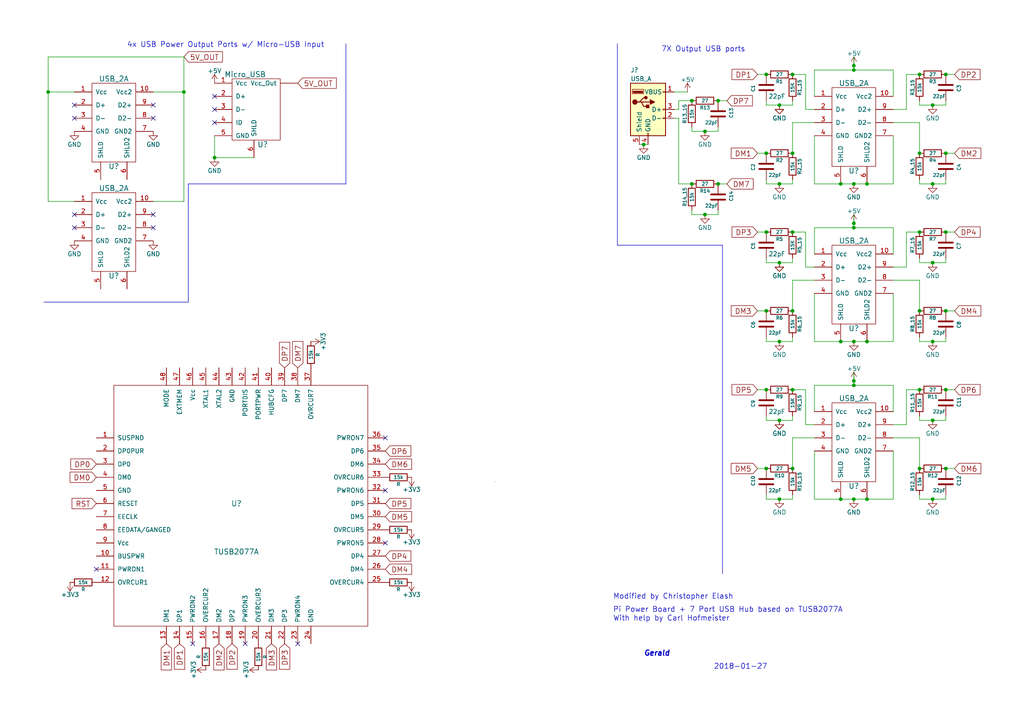
<source format=kicad_sch>
(kicad_sch (version 20230121) (generator eeschema)
  (paper "A4")
  (lib_symbols
    (symbol "TUSB2077A_HUB:C" (pin_numbers hide) (pin_names (offset 0.254))
      (property "Reference" "C" (at 0.635 2.54 0))
      (property "Value" "C" (at 0.635 -2.54 0))
      (symbol "C_0_1"
        (polyline (pts (xy -2.032 -0.762) (xy 2.032 -0.762)) (stroke (width 0.508)))
        (polyline (pts (xy -2.032 0.762) (xy 2.032 0.762)) (stroke (width 0.508)))
      )
      (symbol "C_1_1"
        (pin passive line (at 0 3.81 270) (length 2.794) (name "~") (number "1"))
        (pin passive line (at 0 -3.81 90) (length 2.794) (name "~") (number "2"))
      )
    )
    (symbol "TUSB2077A_HUB:Micro_USB" (pin_names (offset 1.016))
      (property "Reference" "U" (at 6.35 -15.24 0))
      (property "Value" "Micro_USB" (at 1.27 5.08 0))
      (symbol "Micro_USB_0_1"
        (rectangle (start -2.54 3.81) (end 11.43 -13.97))
      )
      (symbol "Micro_USB_1_1"
        (pin input line (at -7.62 2.54 0) (length 5.08) (name "Vcc") (number "1"))
        (pin input line (at -7.62 -1.27 0) (length 5.08) (name "D+") (number "2"))
        (pin input line (at -7.62 -5.08 0) (length 5.08) (name "D-") (number "3"))
        (pin input line (at -7.62 -8.89 0) (length 5.08) (name "ID") (number "4"))
        (pin input line (at -7.62 -12.7 0) (length 5.08) (name "GND") (number "5"))
        (pin input line (at 3.81 -19.05 90) (length 5.08) (name "SHLD") (number "6"))
        (pin input line (at 16.51 2.54 180) (length 5.08) (name "Vcc_Out") (number "~"))
      )
    )
    (symbol "TUSB2077A_HUB:TUSB2077A" (pin_names (offset 1.016))
      (property "Reference" "U" (at 0 0 0))
      (property "Value" "TUSB2077A" (at 0 -13.97 0))
      (symbol "TUSB2077A_0_1"
        (rectangle (start 38.1 -35.56) (end -35.56 34.29))
        (rectangle (start 74.93 6.35) (end 74.93 6.35))
      )
      (symbol "TUSB2077A_1_1"
        (pin output line (at -40.64 19.05 0) (length 5.08) (name "SUSPND") (number "1"))
        (pin input line (at -40.64 -15.24 0) (length 5.08) (name "BUSPWR") (number "10"))
        (pin output line (at -40.64 -19.05 0) (length 5.08) (name "PWRON1") (number "11"))
        (pin input line (at -40.64 -22.86 0) (length 5.08) (name "OVRCUR1") (number "12"))
        (pin bidirectional line (at -20.32 -40.64 90) (length 5.08) (name "DM1") (number "13"))
        (pin bidirectional line (at -16.51 -40.64 90) (length 5.08) (name "DP1") (number "14"))
        (pin output line (at -12.7 -40.64 90) (length 5.08) (name "PWRON2") (number "15"))
        (pin input line (at -8.89 -40.64 90) (length 5.08) (name "OVERCUR2") (number "16"))
        (pin bidirectional line (at -5.08 -40.64 90) (length 5.08) (name "DM2") (number "17"))
        (pin bidirectional line (at -1.27 -40.64 90) (length 5.08) (name "DP2") (number "18"))
        (pin output line (at 2.54 -40.64 90) (length 5.08) (name "PWRON3") (number "19"))
        (pin output line (at -40.64 15.24 0) (length 5.08) (name "DP0PUR") (number "2"))
        (pin input line (at 6.35 -40.64 90) (length 5.08) (name "OVERCUR3") (number "20"))
        (pin bidirectional line (at 10.16 -40.64 90) (length 5.08) (name "DM3") (number "21"))
        (pin bidirectional line (at 13.97 -40.64 90) (length 5.08) (name "DP3") (number "22"))
        (pin output line (at 17.78 -40.64 90) (length 5.08) (name "PWRON4") (number "23"))
        (pin input line (at 21.59 -40.64 90) (length 5.08) (name "GND") (number "24"))
        (pin input line (at 43.18 -22.86 180) (length 5.08) (name "OVERCUR4") (number "25"))
        (pin bidirectional line (at 43.18 -19.05 180) (length 5.08) (name "DM4") (number "26"))
        (pin bidirectional line (at 43.18 -15.24 180) (length 5.08) (name "DP4") (number "27"))
        (pin output line (at 43.18 -11.43 180) (length 5.08) (name "PWRON5") (number "28"))
        (pin input line (at 43.18 -7.62 180) (length 5.08) (name "OVRCUR5") (number "29"))
        (pin bidirectional line (at -40.64 11.43 0) (length 5.08) (name "DP0") (number "3"))
        (pin bidirectional line (at 43.18 -3.81 180) (length 5.08) (name "DM5") (number "30"))
        (pin bidirectional line (at 43.18 0 180) (length 5.08) (name "DP5") (number "31"))
        (pin output line (at 43.18 3.81 180) (length 5.08) (name "PWRON6") (number "32"))
        (pin input line (at 43.18 7.62 180) (length 5.08) (name "OVRCUR6") (number "33"))
        (pin bidirectional line (at 43.18 11.43 180) (length 5.08) (name "DM6") (number "34"))
        (pin bidirectional line (at 43.18 15.24 180) (length 5.08) (name "DP6") (number "35"))
        (pin output line (at 43.18 19.05 180) (length 5.08) (name "PWRON7") (number "36"))
        (pin input line (at 21.59 39.37 270) (length 5.08) (name "OVRCUR7") (number "37"))
        (pin bidirectional line (at 17.78 39.37 270) (length 5.08) (name "DM7") (number "38"))
        (pin bidirectional line (at 13.97 39.37 270) (length 5.08) (name "DP7") (number "39"))
        (pin bidirectional line (at -40.64 7.62 0) (length 5.08) (name "DM0") (number "4"))
        (pin output line (at 10.16 39.37 270) (length 5.08) (name "HUBCFG") (number "40"))
        (pin output line (at 6.35 39.37 270) (length 5.08) (name "PORTPWR") (number "41"))
        (pin output line (at 2.54 39.37 270) (length 5.08) (name "PORTDIS") (number "42"))
        (pin input line (at -1.27 39.37 270) (length 5.08) (name "GND") (number "43"))
        (pin output line (at -5.08 39.37 270) (length 5.08) (name "XTAL2") (number "44"))
        (pin input line (at -8.89 39.37 270) (length 5.08) (name "XTAL1") (number "45"))
        (pin power_in line (at -12.7 39.37 270) (length 5.08) (name "Vcc") (number "46"))
        (pin input line (at -16.51 39.37 270) (length 5.08) (name "EXTMEM") (number "47"))
        (pin input line (at -20.32 39.37 270) (length 5.08) (name "MODE") (number "48"))
        (pin input line (at -40.64 3.81 0) (length 5.08) (name "GND") (number "5"))
        (pin input line (at -40.64 0 0) (length 5.08) (name "RESET") (number "6"))
        (pin output line (at -40.64 -3.81 0) (length 5.08) (name "EECLK") (number "7"))
        (pin bidirectional line (at -40.64 -7.62 0) (length 5.08) (name "EEDATA/GANGED") (number "8"))
        (pin power_in line (at -40.64 -11.43 0) (length 5.08) (name "Vcc") (number "9"))
      )
    )
    (symbol "TUSB2077A_HUB:USB_2A" (pin_names (offset 1.016))
      (property "Reference" "U" (at 0 -15.24 0))
      (property "Value" "USB_2A" (at 0 10.16 0))
      (symbol "USB_2A_0_1"
        (rectangle (start 6.35 -13.97) (end -6.35 8.89))
      )
      (symbol "USB_2A_1_1"
        (pin power_in line (at -11.43 6.35 0) (length 5.08) (name "Vcc") (number "1"))
        (pin input line (at 11.43 6.35 180) (length 5.08) (name "Vcc2") (number "10"))
        (pin input line (at -11.43 2.54 0) (length 5.08) (name "D+") (number "2"))
        (pin input line (at -11.43 -1.27 0) (length 5.08) (name "D-") (number "3"))
        (pin input line (at -11.43 -5.08 0) (length 5.08) (name "GND") (number "4"))
        (pin input line (at -3.81 -19.05 90) (length 5.08) (name "SHLD") (number "5"))
        (pin input line (at 3.81 -19.05 90) (length 5.08) (name "SHLD2") (number "6"))
        (pin input line (at 11.43 -5.08 180) (length 5.08) (name "GND2") (number "7"))
        (pin input line (at 11.43 -1.27 180) (length 5.08) (name "D2-") (number "8"))
        (pin input line (at 11.43 2.54 180) (length 5.08) (name "D2+") (number "9"))
      )
    )
    (symbol "tusb2077a_hub-rescue:+3.3V" (power) (pin_names (offset 0))
      (property "Value" "+3.3V" (at 0 3.556 0))
      (symbol "+3.3V_0_1"
        (polyline (pts (xy -0.762 1.27) (xy 0 2.54)))
        (polyline (pts (xy 0 0) (xy 0 2.54)))
        (polyline (pts (xy 0 2.54) (xy 0.762 1.27)))
      )
      (symbol "+3.3V_1_1"
        (pin power_in line (at 0 0 90) (length 0) hide (name "+3V3") (number "1"))
      )
    )
    (symbol "tusb2077a_hub-rescue:+5V" (power) (pin_names (offset 0))
      (property "Value" "+5V" (at 0 3.556 0))
      (symbol "+5V_0_1"
        (polyline (pts (xy -0.762 1.27) (xy 0 2.54)))
        (polyline (pts (xy 0 0) (xy 0 2.54)))
        (polyline (pts (xy 0 2.54) (xy 0.762 1.27)))
      )
      (symbol "+5V_1_1"
        (pin power_in line (at 0 0 90) (length 0) hide (name "+5V") (number "1"))
      )
    )
    (symbol "tusb2077a_hub-rescue:GND" (power) (pin_names (offset 0))
      (property "Value" "GND" (at 0 -3.81 0))
      (symbol "GND_0_1"
        (polyline (pts (xy 0 0) (xy 0 -1.27) (xy 1.27 -1.27) (xy 0 -2.54) (xy -1.27 -1.27) (xy 0 -1.27)))
      )
      (symbol "GND_1_1"
        (pin power_in line (at 0 0 270) (length 0) hide (name "GND") (number "1"))
      )
    )
    (symbol "tusb2077a_hub-rescue:R" (pin_numbers hide) (pin_names (offset 0))
      (property "Reference" "R" (at 2.032 0 90))
      (property "Value" "R" (at 0 0 90))
      (symbol "R_0_1"
        (rectangle (start -1.016 -2.54) (end 1.016 2.54) (stroke (width 0.254)))
      )
      (symbol "R_1_1"
        (pin passive line (at 0 3.81 270) (length 1.27) (name "~") (number "1"))
        (pin passive line (at 0 -3.81 90) (length 1.27) (name "~") (number "2"))
      )
    )
    (symbol "tusb2077a_hub-rescue:USB_A" (pin_names (offset 1.016))
      (property "Reference" "J" (at -5.08 11.43 0))
      (property "Value" "USB_A" (at -5.08 8.89 0))
      (symbol "USB_A_0_1"
        (rectangle (start -5.08 -7.62) (end 5.08 7.62) (stroke (width 0.254)) (fill (type background)))
        (circle (center -3.81 2.159) (radius 0.635) (stroke (width 0.254)) (fill (type outline)))
        (rectangle (start -1.524 4.826) (end -4.318 5.334) (fill (type outline)))
        (rectangle (start -1.27 4.572) (end -4.572 5.842))
        (circle (center -0.635 3.429) (radius 0.381) (stroke (width 0.254)) (fill (type outline)))
        (rectangle (start -0.127 -7.62) (end 0.127 -6.858))
        (polyline (pts (xy -3.175 2.159) (xy -2.54 2.159) (xy -1.27 3.429) (xy -0.635 3.429)) (stroke (width 0.254)))
        (polyline (pts (xy -2.54 2.159) (xy -1.905 2.159) (xy -1.27 0.889) (xy 0 0.889)) (stroke (width 0.254)))
        (polyline (pts (xy 0.635 2.794) (xy 0.635 1.524) (xy 1.905 2.159) (xy 0.635 2.794)) (stroke (width 0.254)) (fill (type outline)))
        (rectangle (start 0.254 1.27) (end -0.508 0.508) (stroke (width 0.254)) (fill (type outline)))
        (rectangle (start 5.08 -2.667) (end 4.318 -2.413))
        (rectangle (start 5.08 -0.127) (end 4.318 0.127))
        (rectangle (start 5.08 4.953) (end 4.318 5.207))
      )
      (symbol "USB_A_1_1"
        (polyline (pts (xy -1.905 2.159) (xy 0.635 2.159)) (stroke (width 0.254)))
        (pin power_in line (at 7.62 5.08 180) (length 2.54) (name "VBUS") (number "1"))
        (pin passive line (at 7.62 -2.54 180) (length 2.54) (name "D-") (number "2"))
        (pin passive line (at 7.62 0 180) (length 2.54) (name "D+") (number "3"))
        (pin power_in line (at 0 -10.16 90) (length 2.54) (name "GND") (number "4"))
        (pin passive line (at -2.54 -10.16 90) (length 2.54) (name "Shield") (number "5"))
      )
    )
  )
  (junction (at 222.25 21.59))
  (junction (at 222.25 44.45))
  (junction (at 243.84 53.34))
  (junction (at 226.06 76.2))
  (junction (at 247.65 110.49))
  (junction (at 270.51 144.78))
  (junction (at 62.23 45.72))
  (junction (at 222.25 67.31))
  (junction (at 200.66 29.21))
  (junction (at 13.97 26.67))
  (junction (at 208.28 29.21))
  (junction (at 226.06 30.48))
  (junction (at 266.7 113.03))
  (junction (at 200.66 53.34))
  (junction (at 222.25 90.17))
  (junction (at 204.47 38.1))
  (junction (at 247.65 144.78))
  (junction (at 266.7 67.31))
  (junction (at 208.28 53.34))
  (junction (at 229.87 135.89))
  (junction (at 229.87 21.59))
  (junction (at 247.65 20.32))
  (junction (at 229.87 67.31))
  (junction (at 247.65 64.77))
  (junction (at 229.87 44.45))
  (junction (at 270.51 121.92))
  (junction (at 226.06 53.34))
  (junction (at 229.87 113.03))
  (junction (at 274.32 21.59))
  (junction (at 247.65 99.06))
  (junction (at 274.32 135.89))
  (junction (at 266.7 90.17))
  (junction (at 229.87 90.17))
  (junction (at 226.06 99.06))
  (junction (at 243.84 99.06))
  (junction (at 251.46 144.78))
  (junction (at 243.84 144.78))
  (junction (at 226.06 121.92))
  (junction (at 266.7 135.89))
  (junction (at 222.25 113.03))
  (junction (at 247.65 19.05))
  (junction (at 270.51 99.06))
  (junction (at 226.06 144.78))
  (junction (at 53.34 26.67))
  (junction (at 247.65 66.04))
  (junction (at 247.65 111.76))
  (junction (at 247.65 53.34))
  (junction (at 270.51 30.48))
  (junction (at 274.32 90.17))
  (junction (at 251.46 99.06))
  (junction (at 222.25 135.89))
  (junction (at 266.7 44.45))
  (junction (at 204.47 62.23))
  (junction (at 266.7 21.59))
  (junction (at 274.32 44.45))
  (junction (at 274.32 67.31))
  (junction (at 186.69 41.91))
  (junction (at 274.32 113.03))
  (junction (at 251.46 53.34))
  (junction (at 270.51 53.34))
  (junction (at 270.51 76.2))
  (no_connect (at 71.12 186.69))
  (no_connect (at 86.36 186.69))
  (no_connect (at 62.23 31.75))
  (no_connect (at 111.76 127))
  (no_connect (at 55.88 186.69))
  (no_connect (at 44.45 66.04))
  (no_connect (at 21.59 62.23))
  (no_connect (at 21.59 34.29))
  (no_connect (at 62.23 35.56))
  (no_connect (at 44.45 62.23))
  (no_connect (at 21.59 66.04))
  (no_connect (at 111.76 157.48))
  (no_connect (at 62.23 27.94))
  (no_connect (at 111.76 142.24))
  (no_connect (at 44.45 34.29))
  (no_connect (at 21.59 30.48))
  (no_connect (at 44.45 30.48))
  (no_connect (at 27.94 165.1))
  (wire (pts (xy 266.7 53.34) (xy 266.7 52.07)))
  (wire (pts (xy 208.28 38.1) (xy 204.47 38.1)))
  (wire (pts (xy 274.32 52.07) (xy 274.32 53.34)))
  (wire (pts (xy 229.87 121.92) (xy 229.87 120.65)))
  (wire (pts (xy 186.69 41.91) (xy 187.96 41.91)))
  (wire (pts (xy 13.97 16.51) (xy 53.34 16.51)))
  (wire (pts (xy 259.08 66.04) (xy 259.08 73.66)))
  (wire (pts (xy 208.28 36.83) (xy 208.28 38.1)))
  (wire (pts (xy 266.7 76.2) (xy 266.7 74.93)))
  (wire (pts (xy 222.25 135.89) (xy 219.71 135.89)))
  (wire (pts (xy 229.87 21.59) (xy 233.68 21.59)))
  (wire (pts (xy 226.06 144.78) (xy 229.87 144.78)))
  (wire (pts (xy 229.87 81.28) (xy 236.22 81.28)))
  (wire (pts (xy 196.85 53.34) (xy 196.85 34.29)))
  (wire (pts (xy 229.87 67.31) (xy 233.68 67.31)))
  (wire (pts (xy 270.51 144.78) (xy 266.7 144.78)))
  (wire (pts (xy 243.84 99.06) (xy 247.65 99.06)))
  (wire (pts (xy 259.08 111.76) (xy 259.08 119.38)))
  (wire (pts (xy 236.22 73.66) (xy 236.22 66.04)))
  (wire (pts (xy 233.68 113.03) (xy 233.68 123.19)))
  (wire (pts (xy 204.47 62.23) (xy 200.66 62.23)))
  (wire (pts (xy 266.7 135.89) (xy 266.7 127)))
  (wire (pts (xy 229.87 113.03) (xy 233.68 113.03)))
  (wire (pts (xy 274.32 143.51) (xy 274.32 144.78)))
  (wire (pts (xy 259.08 53.34) (xy 259.08 39.37)))
  (wire (pts (xy 243.84 144.78) (xy 247.65 144.78)))
  (wire (pts (xy 251.46 53.34) (xy 259.08 53.34)))
  (wire (pts (xy 262.89 77.47) (xy 259.08 77.47)))
  (wire (pts (xy 222.25 144.78) (xy 226.06 144.78)))
  (wire (pts (xy 259.08 20.32) (xy 259.08 27.94)))
  (wire (pts (xy 204.47 38.1) (xy 200.66 38.1)))
  (wire (pts (xy 274.32 67.31) (xy 276.86 67.31)))
  (wire (pts (xy 274.32 120.65) (xy 274.32 121.92)))
  (wire (pts (xy 233.68 21.59) (xy 233.68 31.75)))
  (wire (pts (xy 247.65 110.49) (xy 247.65 107.95)))
  (wire (pts (xy 229.87 76.2) (xy 229.87 74.93)))
  (wire (pts (xy 229.87 99.06) (xy 229.87 97.79)))
  (wire (pts (xy 222.25 113.03) (xy 219.71 113.03)))
  (wire (pts (xy 247.65 111.76) (xy 259.08 111.76)))
  (wire (pts (xy 236.22 66.04) (xy 247.65 66.04)))
  (wire (pts (xy 226.06 121.92) (xy 229.87 121.92)))
  (wire (pts (xy 274.32 113.03) (xy 276.86 113.03)))
  (wire (pts (xy 222.25 67.31) (xy 219.71 67.31)))
  (wire (pts (xy 247.65 20.32) (xy 247.65 19.05)))
  (wire (pts (xy 222.25 97.79) (xy 222.25 99.06)))
  (wire (pts (xy 226.06 30.48) (xy 229.87 30.48)))
  (wire (pts (xy 196.85 29.21) (xy 200.66 29.21)))
  (wire (pts (xy 274.32 121.92) (xy 270.51 121.92)))
  (wire (pts (xy 233.68 123.19) (xy 236.22 123.19)))
  (wire (pts (xy 266.7 121.92) (xy 266.7 120.65)))
  (wire (pts (xy 262.89 31.75) (xy 259.08 31.75)))
  (wire (pts (xy 195.58 31.75) (xy 196.85 31.75)))
  (wire (pts (xy 247.65 66.04) (xy 247.65 64.77)))
  (wire (pts (xy 200.66 62.23) (xy 200.66 60.96)))
  (wire (pts (xy 266.7 90.17) (xy 266.7 81.28)))
  (wire (pts (xy 53.34 26.67) (xy 53.34 58.42)))
  (wire (pts (xy 236.22 119.38) (xy 236.22 111.76)))
  (wire (pts (xy 53.34 26.67) (xy 44.45 26.67)))
  (wire (pts (xy 270.51 99.06) (xy 266.7 99.06)))
  (polyline (pts (xy 54.61 53.34) (xy 54.61 87.63)))
  (wire (pts (xy 247.65 144.78) (xy 251.46 144.78)))
  (wire (pts (xy 229.87 127) (xy 236.22 127)))
  (wire (pts (xy 274.32 21.59) (xy 276.86 21.59)))
  (wire (pts (xy 274.32 76.2) (xy 270.51 76.2)))
  (wire (pts (xy 53.34 58.42) (xy 44.45 58.42)))
  (wire (pts (xy 274.32 97.79) (xy 274.32 99.06)))
  (wire (pts (xy 274.32 135.89) (xy 276.86 135.89)))
  (wire (pts (xy 222.25 44.45) (xy 219.71 44.45)))
  (wire (pts (xy 222.25 90.17) (xy 219.71 90.17)))
  (wire (pts (xy 262.89 123.19) (xy 259.08 123.19)))
  (wire (pts (xy 262.89 21.59) (xy 262.89 31.75)))
  (wire (pts (xy 270.51 76.2) (xy 266.7 76.2)))
  (wire (pts (xy 266.7 35.56) (xy 259.08 35.56)))
  (wire (pts (xy 236.22 111.76) (xy 247.65 111.76)))
  (wire (pts (xy 226.06 99.06) (xy 229.87 99.06)))
  (wire (pts (xy 236.22 53.34) (xy 243.84 53.34)))
  (wire (pts (xy 222.25 53.34) (xy 226.06 53.34)))
  (wire (pts (xy 266.7 67.31) (xy 262.89 67.31)))
  (wire (pts (xy 266.7 30.48) (xy 266.7 29.21)))
  (polyline (pts (xy 179.07 71.12) (xy 209.55 71.12)))
  (wire (pts (xy 262.89 113.03) (xy 262.89 123.19)))
  (wire (pts (xy 266.7 44.45) (xy 266.7 35.56)))
  (wire (pts (xy 247.65 20.32) (xy 259.08 20.32)))
  (wire (pts (xy 247.65 53.34) (xy 251.46 53.34)))
  (wire (pts (xy 13.97 16.51) (xy 13.97 26.67)))
  (wire (pts (xy 266.7 81.28) (xy 259.08 81.28)))
  (wire (pts (xy 274.32 90.17) (xy 276.86 90.17)))
  (polyline (pts (xy 179.07 12.7) (xy 179.07 71.12)))
  (wire (pts (xy 229.87 35.56) (xy 236.22 35.56)))
  (wire (pts (xy 196.85 31.75) (xy 196.85 29.21)))
  (wire (pts (xy 208.28 60.96) (xy 208.28 62.23)))
  (wire (pts (xy 229.87 144.78) (xy 229.87 143.51)))
  (polyline (pts (xy 100.33 12.7) (xy 100.33 53.34)))
  (wire (pts (xy 226.06 76.2) (xy 229.87 76.2)))
  (wire (pts (xy 62.23 45.72) (xy 62.23 39.37)))
  (wire (pts (xy 229.87 90.17) (xy 229.87 81.28)))
  (wire (pts (xy 222.25 74.93) (xy 222.25 76.2)))
  (wire (pts (xy 13.97 26.67) (xy 13.97 58.42)))
  (wire (pts (xy 236.22 85.09) (xy 236.22 99.06)))
  (wire (pts (xy 185.42 41.91) (xy 186.69 41.91)))
  (wire (pts (xy 274.32 74.93) (xy 274.32 76.2)))
  (wire (pts (xy 229.87 44.45) (xy 229.87 35.56)))
  (wire (pts (xy 208.28 62.23) (xy 204.47 62.23)))
  (wire (pts (xy 233.68 31.75) (xy 236.22 31.75)))
  (wire (pts (xy 259.08 144.78) (xy 259.08 130.81)))
  (polyline (pts (xy 209.55 71.12) (xy 209.55 166.37)))
  (wire (pts (xy 222.25 120.65) (xy 222.25 121.92)))
  (wire (pts (xy 236.22 20.32) (xy 247.65 20.32)))
  (wire (pts (xy 236.22 99.06) (xy 243.84 99.06)))
  (wire (pts (xy 266.7 21.59) (xy 262.89 21.59)))
  (wire (pts (xy 73.66 45.72) (xy 62.23 45.72)))
  (wire (pts (xy 259.08 99.06) (xy 259.08 85.09)))
  (wire (pts (xy 236.22 39.37) (xy 236.22 53.34)))
  (polyline (pts (xy 100.33 53.34) (xy 54.61 53.34)))
  (wire (pts (xy 222.25 143.51) (xy 222.25 144.78)))
  (wire (pts (xy 247.65 19.05) (xy 247.65 16.51)))
  (wire (pts (xy 243.84 53.34) (xy 247.65 53.34)))
  (wire (pts (xy 208.28 29.21) (xy 210.82 29.21)))
  (wire (pts (xy 208.28 53.34) (xy 210.82 53.34)))
  (wire (pts (xy 13.97 26.67) (xy 21.59 26.67)))
  (wire (pts (xy 266.7 113.03) (xy 262.89 113.03)))
  (wire (pts (xy 222.25 29.21) (xy 222.25 30.48)))
  (wire (pts (xy 251.46 144.78) (xy 259.08 144.78)))
  (wire (pts (xy 274.32 99.06) (xy 270.51 99.06)))
  (wire (pts (xy 222.25 121.92) (xy 226.06 121.92)))
  (wire (pts (xy 222.25 99.06) (xy 226.06 99.06)))
  (wire (pts (xy 270.51 53.34) (xy 266.7 53.34)))
  (wire (pts (xy 247.65 66.04) (xy 259.08 66.04)))
  (wire (pts (xy 222.25 76.2) (xy 226.06 76.2)))
  (wire (pts (xy 229.87 135.89) (xy 229.87 127)))
  (wire (pts (xy 247.65 111.76) (xy 247.65 110.49)))
  (wire (pts (xy 270.51 30.48) (xy 266.7 30.48)))
  (wire (pts (xy 266.7 99.06) (xy 266.7 97.79)))
  (polyline (pts (xy 54.61 87.63) (xy 12.7 87.63)))
  (wire (pts (xy 196.85 53.34) (xy 200.66 53.34)))
  (wire (pts (xy 274.32 30.48) (xy 270.51 30.48)))
  (wire (pts (xy 274.32 29.21) (xy 274.32 30.48)))
  (wire (pts (xy 200.66 38.1) (xy 200.66 36.83)))
  (wire (pts (xy 266.7 127) (xy 259.08 127)))
  (wire (pts (xy 222.25 21.59) (xy 219.71 21.59)))
  (wire (pts (xy 229.87 30.48) (xy 229.87 29.21)))
  (wire (pts (xy 195.58 26.67) (xy 199.39 26.67)))
  (wire (pts (xy 274.32 144.78) (xy 270.51 144.78)))
  (wire (pts (xy 196.85 34.29) (xy 195.58 34.29)))
  (wire (pts (xy 236.22 27.94) (xy 236.22 20.32)))
  (wire (pts (xy 233.68 67.31) (xy 233.68 77.47)))
  (wire (pts (xy 251.46 99.06) (xy 259.08 99.06)))
  (wire (pts (xy 262.89 67.31) (xy 262.89 77.47)))
  (wire (pts (xy 13.97 58.42) (xy 21.59 58.42)))
  (wire (pts (xy 236.22 144.78) (xy 243.84 144.78)))
  (wire (pts (xy 270.51 121.92) (xy 266.7 121.92)))
  (wire (pts (xy 222.25 52.07) (xy 222.25 53.34)))
  (wire (pts (xy 53.34 16.51) (xy 53.34 26.67)))
  (wire (pts (xy 226.06 53.34) (xy 229.87 53.34)))
  (wire (pts (xy 236.22 130.81) (xy 236.22 144.78)))
  (wire (pts (xy 274.32 53.34) (xy 270.51 53.34)))
  (wire (pts (xy 233.68 77.47) (xy 236.22 77.47)))
  (wire (pts (xy 274.32 44.45) (xy 276.86 44.45)))
  (wire (pts (xy 247.65 64.77) (xy 247.65 62.23)))
  (wire (pts (xy 229.87 53.34) (xy 229.87 52.07)))
  (wire (pts (xy 247.65 99.06) (xy 251.46 99.06)))
  (wire (pts (xy 266.7 144.78) (xy 266.7 143.51)))
  (wire (pts (xy 222.25 30.48) (xy 226.06 30.48)))
  (text "2018-01-27" (at 207.01 194.31 0) (effects (font (size 1.524 1.524)) (justify left bottom)))
  (text "Pi Power Board + 7 Port USB Hub based on TUSB2077A " (at 177.8 177.8 0) (effects (font (size 1.524 1.524)) (justify left bottom)))
  (text "With help by Carl Hofmeister" (at 177.8 180.34 0) (effects (font (size 1.524 1.524)) (justify left bottom)))
  (text "Gerald" (at 186.69 190.5 0) (effects (font (size 1.524 1.524) (thickness 0.3048) bold italic) (justify left bottom)))
  (text "7X Output USB ports" (at 191.77 15.24 0) (effects (font (size 1.524 1.524)) (justify left bottom)))
  (text "4x USB Power Output Ports w/ Micro-USB Input" (at 36.83 13.97 0) (effects (font (size 1.524 1.524)) (justify left bottom)))
  (text "Modified by Christopher Elash" (at 177.8 173.99 0) (effects (font (size 1.524 1.524)) (justify left bottom)))
  (global_label "DP1" (shape input) (at 52.07 186.69 270) (effects (font (size 1.524 1.524))) (property "Intersheetrefs" "${INTERSHEET_REFS}" (effects hide)))
  (global_label "DM1" (shape input) (at 219.71 44.45 180) (effects (font (size 1.524 1.524))) (property "Intersheetrefs" "${INTERSHEET_REFS}" (effects hide)))
  (global_label "RST" (shape input) (at 27.94 146.05 180) (effects (font (size 1.524 1.524))) (property "Intersheetrefs" "${INTERSHEET_REFS}" (effects hide)))
  (global_label "DM0" (shape input) (at 27.94 138.43 180) (effects (font (size 1.524 1.524))) (property "Intersheetrefs" "${INTERSHEET_REFS}" (effects hide)))
  (global_label "DP1" (shape input) (at 219.71 21.59 180) (effects (font (size 1.524 1.524))) (property "Intersheetrefs" "${INTERSHEET_REFS}" (effects hide)))
  (global_label "DP5" (shape input) (at 219.71 113.03 180) (effects (font (size 1.524 1.524))) (property "Intersheetrefs" "${INTERSHEET_REFS}" (effects hide)))
  (global_label "DM3" (shape input) (at 78.74 186.69 270) (effects (font (size 1.524 1.524))) (property "Intersheetrefs" "${INTERSHEET_REFS}" (effects hide)))
  (global_label "DP2" (shape input) (at 67.31 186.69 270) (effects (font (size 1.524 1.524))) (property "Intersheetrefs" "${INTERSHEET_REFS}" (effects hide)))
  (global_label "DM2" (shape input) (at 276.86 44.45 0) (effects (font (size 1.524 1.524))) (property "Intersheetrefs" "${INTERSHEET_REFS}" (effects hide)))
  (global_label "DM4" (shape input) (at 111.76 165.1 0) (effects (font (size 1.524 1.524))) (property "Intersheetrefs" "${INTERSHEET_REFS}" (effects hide)))
  (global_label "5V_OUT" (shape input) (at 86.36 24.13 0) (effects (font (size 1.524 1.524))) (property "Intersheetrefs" "${INTERSHEET_REFS}" (effects hide)))
  (global_label "DP6" (shape input) (at 111.76 130.81 0) (effects (font (size 1.524 1.524))) (property "Intersheetrefs" "${INTERSHEET_REFS}" (effects hide)))
  (global_label "DM5" (shape input) (at 111.76 149.86 0) (effects (font (size 1.524 1.524))) (property "Intersheetrefs" "${INTERSHEET_REFS}" (effects hide)))
  (global_label "DP2" (shape input) (at 276.86 21.59 0) (effects (font (size 1.524 1.524))) (property "Intersheetrefs" "${INTERSHEET_REFS}" (effects hide)))
  (global_label "DP5" (shape input) (at 111.76 146.05 0) (effects (font (size 1.524 1.524))) (property "Intersheetrefs" "${INTERSHEET_REFS}" (effects hide)))
  (global_label "DP3" (shape input) (at 219.71 67.31 180) (effects (font (size 1.524 1.524))) (property "Intersheetrefs" "${INTERSHEET_REFS}" (effects hide)))
  (global_label "DM4" (shape input) (at 276.86 90.17 0) (effects (font (size 1.524 1.524))) (property "Intersheetrefs" "${INTERSHEET_REFS}" (effects hide)))
  (global_label "DP3" (shape input) (at 82.55 186.69 270) (effects (font (size 1.524 1.524))) (property "Intersheetrefs" "${INTERSHEET_REFS}" (effects hide)))
  (global_label "DP0" (shape input) (at 27.94 134.62 180) (effects (font (size 1.524 1.524))) (property "Intersheetrefs" "${INTERSHEET_REFS}" (effects hide)))
  (global_label "DM7" (shape input) (at 86.36 106.68 90) (effects (font (size 1.524 1.524))) (property "Intersheetrefs" "${INTERSHEET_REFS}" (effects hide)))
  (global_label "DM3" (shape input) (at 219.71 90.17 180) (effects (font (size 1.524 1.524))) (property "Intersheetrefs" "${INTERSHEET_REFS}" (effects hide)))
  (global_label "DM6" (shape input) (at 111.76 134.62 0) (effects (font (size 1.524 1.524))) (property "Intersheetrefs" "${INTERSHEET_REFS}" (effects hide)))
  (global_label "DP4" (shape input) (at 276.86 67.31 0) (effects (font (size 1.524 1.524))) (property "Intersheetrefs" "${INTERSHEET_REFS}" (effects hide)))
  (global_label "DM1" (shape input) (at 48.26 186.69 270) (effects (font (size 1.524 1.524))) (property "Intersheetrefs" "${INTERSHEET_REFS}" (effects hide)))
  (global_label "5V_OUT" (shape input) (at 53.34 16.51 0) (effects (font (size 1.524 1.524))) (property "Intersheetrefs" "${INTERSHEET_REFS}" (effects hide)))
  (global_label "DP7" (shape input) (at 82.55 106.68 90) (effects (font (size 1.524 1.524))) (property "Intersheetrefs" "${INTERSHEET_REFS}" (effects hide)))
  (global_label "DP6" (shape input) (at 276.86 113.03 0) (effects (font (size 1.524 1.524))) (property "Intersheetrefs" "${INTERSHEET_REFS}" (effects hide)))
  (global_label "DM2" (shape input) (at 63.5 186.69 270) (effects (font (size 1.524 1.524))) (property "Intersheetrefs" "${INTERSHEET_REFS}" (effects hide)))
  (global_label "DM7" (shape input) (at 210.82 53.34 0) (effects (font (size 1.524 1.524))) (property "Intersheetrefs" "${INTERSHEET_REFS}" (effects hide)))
  (global_label "DM6" (shape input) (at 276.86 135.89 0) (effects (font (size 1.524 1.524))) (property "Intersheetrefs" "${INTERSHEET_REFS}" (effects hide)))
  (global_label "DM5" (shape input) (at 219.71 135.89 180) (effects (font (size 1.524 1.524))) (property "Intersheetrefs" "${INTERSHEET_REFS}" (effects hide)))
  (global_label "DP4" (shape input) (at 111.76 161.29 0) (effects (font (size 1.524 1.524))) (property "Intersheetrefs" "${INTERSHEET_REFS}" (effects hide)))
  (global_label "DP7" (shape input) (at 210.82 29.21 0) (effects (font (size 1.524 1.524))) (property "Intersheetrefs" "${INTERSHEET_REFS}" (effects hide)))
  (symbol (lib_id "TUSB2077A_HUB:TUSB2077A") (at 68.58 146.05 0) (unit 1)
    (property "Reference" "U?" (at 68.58 146.05 0) (effects (font (size 1.524 1.524))))
    (property "Value" "TUSB2077A" (at 68.58 160.02 0) (effects (font (size 1.524 1.524))))
  )
  (symbol (lib_id "tusb2077a_hub-rescue:R") (at 115.57 153.67 270) (unit 1)
    (property "Reference" "R" (at 115.57 155.702 90) (effects (font (size 0.9906 0.9906))))
    (property "Value" "15k" (at 115.57 153.67 90) (effects (font (size 0.9906 0.9906))))
  )
  (symbol (lib_id "tusb2077a_hub-rescue:+3.3V") (at 119.38 153.67 180) (unit 1)
    (property "Reference" "#PWR?" (effects hide))
    (property "Value" "+3.3V" (at 119.38 157.226 0))
  )
  (symbol (lib_id "tusb2077a_hub-rescue:R") (at 115.57 168.91 270) (unit 1)
    (property "Reference" "R" (at 115.57 170.942 90) (effects (font (size 0.9906 0.9906))))
    (property "Value" "15k" (at 115.57 168.91 90) (effects (font (size 0.9906 0.9906))))
  )
  (symbol (lib_id "tusb2077a_hub-rescue:R") (at 74.93 190.5 0) (unit 1)
    (property "Reference" "R" (at 76.962 190.5 90) (effects (font (size 0.9906 0.9906))))
    (property "Value" "15k" (at 74.93 190.5 90) (effects (font (size 0.9906 0.9906))))
  )
  (symbol (lib_id "tusb2077a_hub-rescue:+3.3V") (at 74.93 194.31 90) (unit 1)
    (property "Reference" "#PWR?" (effects hide))
    (property "Value" "+3.3V" (at 71.374 194.31 0))
  )
  (symbol (lib_id "tusb2077a_hub-rescue:+3.3V") (at 119.38 168.91 180) (unit 1)
    (property "Reference" "#PWR?" (effects hide))
    (property "Value" "+3.3V" (at 119.38 172.466 0))
  )
  (symbol (lib_id "tusb2077a_hub-rescue:R") (at 115.57 138.43 270) (unit 1)
    (property "Reference" "R" (at 115.57 140.462 90) (effects (font (size 0.9906 0.9906))))
    (property "Value" "15k" (at 115.57 138.43 90) (effects (font (size 0.9906 0.9906))))
  )
  (symbol (lib_id "tusb2077a_hub-rescue:+3.3V") (at 119.38 138.43 180) (unit 1)
    (property "Reference" "#PWR?" (effects hide))
    (property "Value" "+3.3V" (at 119.38 141.986 0))
  )
  (symbol (lib_id "tusb2077a_hub-rescue:R") (at 59.69 190.5 180) (unit 1)
    (property "Reference" "R" (at 57.658 190.5 90) (effects (font (size 0.9906 0.9906))))
    (property "Value" "15k" (at 59.69 190.5 90) (effects (font (size 0.9906 0.9906))))
  )
  (symbol (lib_id "tusb2077a_hub-rescue:+3.3V") (at 59.69 194.31 90) (unit 1)
    (property "Reference" "#PWR?" (effects hide))
    (property "Value" "+3.3V" (at 56.134 194.31 0))
  )
  (symbol (lib_id "tusb2077a_hub-rescue:R") (at 90.17 102.87 0) (unit 1)
    (property "Reference" "R" (at 92.202 102.87 90) (effects (font (size 0.9906 0.9906))))
    (property "Value" "15k" (at 90.17 102.87 90) (effects (font (size 0.9906 0.9906))))
  )
  (symbol (lib_id "tusb2077a_hub-rescue:+3.3V") (at 90.17 99.06 270) (unit 1)
    (property "Reference" "#PWR?" (effects hide))
    (property "Value" "+3.3V" (at 93.726 99.06 0))
  )
  (symbol (lib_id "tusb2077a_hub-rescue:R") (at 24.13 168.91 270) (unit 1)
    (property "Reference" "R" (at 24.13 170.942 90) (effects (font (size 0.9906 0.9906))))
    (property "Value" "15k" (at 24.13 168.91 90) (effects (font (size 0.9906 0.9906))))
  )
  (symbol (lib_id "tusb2077a_hub-rescue:+3.3V") (at 20.32 168.91 180) (unit 1)
    (property "Reference" "#PWR?" (effects hide))
    (property "Value" "+3.3V" (at 20.32 172.466 0))
  )
  (symbol (lib_id "TUSB2077A_HUB:USB_2A") (at 247.65 34.29 0) (unit 1)
    (property "Reference" "U?" (at 247.65 49.53 0) (effects (font (size 1.524 1.524))))
    (property "Value" "USB_2A" (at 247.65 24.13 0) (effects (font (size 1.524 1.524))))
  )
  (symbol (lib_id "tusb2077a_hub-rescue:+5V") (at 247.65 19.05 0) (unit 1)
    (property "Reference" "#PWR?" (effects hide))
    (property "Value" "+5V" (at 247.65 15.494 0))
  )
  (symbol (lib_id "tusb2077a_hub-rescue:GND") (at 247.65 53.34 0) (unit 1)
    (property "Reference" "#PWR?" (effects hide))
    (property "Value" "GND" (at 247.65 57.15 0))
  )
  (symbol (lib_id "tusb2077a_hub-rescue:R") (at 226.06 44.45 270) (unit 1)
    (property "Reference" "R2" (at 226.06 46.482 90) (effects (font (size 0.9906 0.9906))))
    (property "Value" "27" (at 226.06 44.45 90) (effects (font (size 0.9906 0.9906))))
  )
  (symbol (lib_id "tusb2077a_hub-rescue:R") (at 229.87 25.4 0) (unit 1)
    (property "Reference" "R1_15" (at 231.902 25.4 90) (effects (font (size 0.9906 0.9906))))
    (property "Value" "15K" (at 229.87 25.4 90) (effects (font (size 0.9906 0.9906))))
  )
  (symbol (lib_id "TUSB2077A_HUB:C") (at 222.25 25.4 0) (unit 1)
    (property "Reference" "C1" (at 218.44 26.67 90) (effects (font (size 0.9906 0.9906)) (justify left)))
    (property "Value" "22pF" (at 222.885 27.94 0) (effects (justify left)))
  )
  (symbol (lib_id "tusb2077a_hub-rescue:GND") (at 226.06 30.48 0) (unit 1)
    (property "Reference" "#PWR?" (effects hide))
    (property "Value" "GND" (at 226.06 34.29 0))
  )
  (symbol (lib_id "tusb2077a_hub-rescue:R") (at 226.06 21.59 270) (unit 1)
    (property "Reference" "R1" (at 226.06 23.622 90) (effects (font (size 0.9906 0.9906))))
    (property "Value" "27" (at 226.06 21.59 90) (effects (font (size 0.9906 0.9906))))
  )
  (symbol (lib_id "tusb2077a_hub-rescue:R") (at 229.87 48.26 0) (unit 1)
    (property "Reference" "R2_15" (at 231.902 48.26 90) (effects (font (size 0.9906 0.9906))))
    (property "Value" "15k" (at 229.87 48.26 90) (effects (font (size 0.9906 0.9906))))
  )
  (symbol (lib_id "TUSB2077A_HUB:C") (at 222.25 48.26 0) (unit 1)
    (property "Reference" "C2" (at 218.44 49.53 90) (effects (font (size 0.9906 0.9906)) (justify left)))
    (property "Value" "22pF" (at 222.885 50.8 0) (effects (font (size 0.9906 0.9906)) (justify left)))
  )
  (symbol (lib_id "tusb2077a_hub-rescue:GND") (at 226.06 30.48 0) (unit 1)
    (property "Reference" "#PWR?" (effects hide))
    (property "Value" "GND" (at 226.06 34.29 0))
  )
  (symbol (lib_id "tusb2077a_hub-rescue:GND") (at 226.06 53.34 0) (unit 1)
    (property "Reference" "#PWR?" (effects hide))
    (property "Value" "GND" (at 226.06 57.15 0))
  )
  (symbol (lib_id "tusb2077a_hub-rescue:R") (at 266.7 25.4 180) (unit 1)
    (property "Reference" "R3_15" (at 264.668 25.4 90) (effects (font (size 0.9906 0.9906))))
    (property "Value" "15k" (at 266.7 25.4 90) (effects (font (size 0.9906 0.9906))))
  )
  (symbol (lib_id "tusb2077a_hub-rescue:R") (at 270.51 21.59 270) (unit 1)
    (property "Reference" "R3" (at 270.51 23.622 90) (effects (font (size 0.9906 0.9906))))
    (property "Value" "27" (at 270.51 21.59 90) (effects (font (size 0.9906 0.9906))))
  )
  (symbol (lib_id "TUSB2077A_HUB:C") (at 274.32 25.4 0) (unit 1)
    (property "Reference" "C3" (at 278.13 26.67 90) (effects (font (size 0.9906 0.9906)) (justify left)))
    (property "Value" "22pF" (at 270.51 27.94 0) (effects (font (size 0.9906 0.9906)) (justify left)))
  )
  (symbol (lib_id "tusb2077a_hub-rescue:GND") (at 270.51 30.48 0) (unit 1)
    (property "Reference" "#PWR?" (effects hide))
    (property "Value" "GND" (at 270.51 34.29 0))
  )
  (symbol (lib_id "tusb2077a_hub-rescue:R") (at 266.7 48.26 180) (unit 1)
    (property "Reference" "R4_15" (at 264.668 48.26 90) (effects (font (size 0.9906 0.9906))))
    (property "Value" "15k" (at 266.7 48.26 90) (effects (font (size 0.9906 0.9906))))
  )
  (symbol (lib_id "tusb2077a_hub-rescue:R") (at 270.51 44.45 270) (unit 1)
    (property "Reference" "R4" (at 270.51 46.482 90) (effects (font (size 0.9906 0.9906))))
    (property "Value" "27" (at 270.51 44.45 90) (effects (font (size 0.9906 0.9906))))
  )
  (symbol (lib_id "TUSB2077A_HUB:C") (at 274.32 48.26 0) (unit 1)
    (property "Reference" "C4" (at 278.13 49.53 90) (effects (font (size 0.9906 0.9906)) (justify left)))
    (property "Value" "22pF" (at 270.51 50.8 0) (effects (font (size 0.9906 0.9906)) (justify left)))
  )
  (symbol (lib_id "tusb2077a_hub-rescue:GND") (at 270.51 53.34 0) (unit 1)
    (property "Reference" "#PWR?" (effects hide))
    (property "Value" "GND" (at 270.51 57.15 0))
  )
  (symbol (lib_id "TUSB2077A_HUB:USB_2A") (at 247.65 80.01 0) (unit 1)
    (property "Reference" "U?" (at 247.65 95.25 0) (effects (font (size 1.524 1.524))))
    (property "Value" "USB_2A" (at 247.65 69.85 0) (effects (font (size 1.524 1.524))))
  )
  (symbol (lib_id "tusb2077a_hub-rescue:+5V") (at 247.65 64.77 0) (unit 1)
    (property "Reference" "#PWR?" (effects hide))
    (property "Value" "+5V" (at 247.65 61.214 0))
  )
  (symbol (lib_id "tusb2077a_hub-rescue:GND") (at 247.65 99.06 0) (unit 1)
    (property "Reference" "#PWR?" (effects hide))
    (property "Value" "GND" (at 247.65 102.87 0))
  )
  (symbol (lib_id "tusb2077a_hub-rescue:R") (at 226.06 90.17 270) (unit 1)
    (property "Reference" "R6" (at 226.06 92.202 90) (effects (font (size 0.9906 0.9906))))
    (property "Value" "27" (at 226.06 90.17 90) (effects (font (size 0.9906 0.9906))))
  )
  (symbol (lib_id "tusb2077a_hub-rescue:R") (at 229.87 71.12 0) (unit 1)
    (property "Reference" "R5_15" (at 231.902 71.12 90) (effects (font (size 0.9906 0.9906))))
    (property "Value" "15K" (at 229.87 71.12 90) (effects (font (size 0.9906 0.9906))))
  )
  (symbol (lib_id "TUSB2077A_HUB:C") (at 222.25 71.12 0) (unit 1)
    (property "Reference" "C5" (at 218.44 72.39 90) (effects (font (size 0.9906 0.9906)) (justify left)))
    (property "Value" "22pF" (at 222.885 73.66 0) (effects (justify left)))
  )
  (symbol (lib_id "tusb2077a_hub-rescue:GND") (at 226.06 76.2 0) (unit 1)
    (property "Reference" "#PWR?" (effects hide))
    (property "Value" "GND" (at 226.06 80.01 0))
  )
  (symbol (lib_id "tusb2077a_hub-rescue:R") (at 226.06 67.31 270) (unit 1)
    (property "Reference" "R5" (at 226.06 69.342 90) (effects (font (size 0.9906 0.9906))))
    (property "Value" "27" (at 226.06 67.31 90) (effects (font (size 0.9906 0.9906))))
  )
  (symbol (lib_id "tusb2077a_hub-rescue:R") (at 229.87 93.98 0) (unit 1)
    (property "Reference" "R6_15" (at 231.902 93.98 90) (effects (font (size 0.9906 0.9906))))
    (property "Value" "15k" (at 229.87 93.98 90) (effects (font (size 0.9906 0.9906))))
  )
  (symbol (lib_id "TUSB2077A_HUB:C") (at 222.25 93.98 0) (unit 1)
    (property "Reference" "C6" (at 218.44 95.25 90) (effects (font (size 0.9906 0.9906)) (justify left)))
    (property "Value" "22pF" (at 222.885 96.52 0) (effects (font (size 0.9906 0.9906)) (justify left)))
  )
  (symbol (lib_id "tusb2077a_hub-rescue:GND") (at 226.06 76.2 0) (unit 1)
    (property "Reference" "#PWR?" (effects hide))
    (property "Value" "GND" (at 226.06 80.01 0))
  )
  (symbol (lib_id "tusb2077a_hub-rescue:GND") (at 226.06 99.06 0) (unit 1)
    (property "Reference" "#PWR?" (effects hide))
    (property "Value" "GND" (at 226.06 102.87 0))
  )
  (symbol (lib_id "tusb2077a_hub-rescue:R") (at 266.7 71.12 180) (unit 1)
    (property "Reference" "R7_15" (at 264.668 71.12 90) (effects (font (size 0.9906 0.9906))))
    (property "Value" "15k" (at 266.7 71.12 90) (effects (font (size 0.9906 0.9906))))
  )
  (symbol (lib_id "tusb2077a_hub-rescue:R") (at 270.51 67.31 270) (unit 1)
    (property "Reference" "R7" (at 270.51 69.342 90) (effects (font (size 0.9906 0.9906))))
    (property "Value" "27" (at 270.51 67.31 90) (effects (font (size 0.9906 0.9906))))
  )
  (symbol (lib_id "TUSB2077A_HUB:C") (at 274.32 71.12 0) (unit 1)
    (property "Reference" "C7" (at 278.13 72.39 90) (effects (font (size 0.9906 0.9906)) (justify left)))
    (property "Value" "22pF" (at 270.51 73.66 0) (effects (font (size 0.9906 0.9906)) (justify left)))
  )
  (symbol (lib_id "tusb2077a_hub-rescue:GND") (at 270.51 76.2 0) (unit 1)
    (property "Reference" "#PWR?" (effects hide))
    (property "Value" "GND" (at 270.51 80.01 0))
  )
  (symbol (lib_id "tusb2077a_hub-rescue:R") (at 266.7 93.98 180) (unit 1)
    (property "Reference" "R8_15" (at 264.668 93.98 90) (effects (font (size 0.9906 0.9906))))
    (property "Value" "15k" (at 266.7 93.98 90) (effects (font (size 0.9906 0.9906))))
  )
  (symbol (lib_id "tusb2077a_hub-rescue:R") (at 270.51 90.17 270) (unit 1)
    (property "Reference" "R8" (at 270.51 92.202 90) (effects (font (size 0.9906 0.9906))))
    (property "Value" "27" (at 270.51 90.17 90) (effects (font (size 0.9906 0.9906))))
  )
  (symbol (lib_id "TUSB2077A_HUB:C") (at 274.32 93.98 0) (unit 1)
    (property "Reference" "C8" (at 278.13 95.25 90) (effects (font (size 0.9906 0.9906)) (justify left)))
    (property "Value" "22pF" (at 270.51 96.52 0) (effects (font (size 0.9906 0.9906)) (justify left)))
  )
  (symbol (lib_id "tusb2077a_hub-rescue:GND") (at 270.51 99.06 0) (unit 1)
    (property "Reference" "#PWR?" (effects hide))
    (property "Value" "GND" (at 270.51 102.87 0))
  )
  (symbol (lib_id "TUSB2077A_HUB:USB_2A") (at 247.65 125.73 0) (unit 1)
    (property "Reference" "U?" (at 247.65 140.97 0) (effects (font (size 1.524 1.524))))
    (property "Value" "USB_2A" (at 247.65 115.57 0) (effects (font (size 1.524 1.524))))
  )
  (symbol (lib_id "tusb2077a_hub-rescue:+5V") (at 247.65 110.49 0) (unit 1)
    (property "Reference" "#PWR?" (effects hide))
    (property "Value" "+5V" (at 247.65 106.934 0))
  )
  (symbol (lib_id "tusb2077a_hub-rescue:GND") (at 247.65 144.78 0) (unit 1)
    (property "Reference" "#PWR?" (effects hide))
    (property "Value" "GND" (at 247.65 148.59 0))
  )
  (symbol (lib_id "tusb2077a_hub-rescue:R") (at 226.06 135.89 270) (unit 1)
    (property "Reference" "R10" (at 226.06 137.922 90) (effects (font (size 0.9906 0.9906))))
    (property "Value" "27" (at 226.06 135.89 90) (effects (font (size 0.9906 0.9906))))
  )
  (symbol (lib_id "tusb2077a_hub-rescue:R") (at 229.87 116.84 0) (unit 1)
    (property "Reference" "R9_15" (at 231.902 116.84 90) (effects (font (size 0.9906 0.9906))))
    (property "Value" "15K" (at 229.87 116.84 90) (effects (font (size 0.9906 0.9906))))
  )
  (symbol (lib_id "TUSB2077A_HUB:C") (at 222.25 116.84 0) (unit 1)
    (property "Reference" "C9" (at 218.44 118.11 90) (effects (font (size 0.9906 0.9906)) (justify left)))
    (property "Value" "22pF" (at 222.885 119.38 0) (effects (justify left)))
  )
  (symbol (lib_id "tusb2077a_hub-rescue:GND") (at 226.06 121.92 0) (unit 1)
    (property "Reference" "#PWR?" (effects hide))
    (property "Value" "GND" (at 226.06 125.73 0))
  )
  (symbol (lib_id "tusb2077a_hub-rescue:R") (at 226.06 113.03 270) (unit 1)
    (property "Reference" "R9" (at 226.06 115.062 90) (effects (font (size 0.9906 0.9906))))
    (property "Value" "27" (at 226.06 113.03 90) (effects (font (size 0.9906 0.9906))))
  )
  (symbol (lib_id "tusb2077a_hub-rescue:R") (at 229.87 139.7 0) (unit 1)
    (property "Reference" "R10_15" (at 231.902 139.7 90) (effects (font (size 0.9906 0.9906))))
    (property "Value" "15k" (at 229.87 139.7 90) (effects (font (size 0.9906 0.9906))))
  )
  (symbol (lib_id "TUSB2077A_HUB:C") (at 222.25 139.7 0) (unit 1)
    (property "Reference" "C10" (at 218.44 140.97 90) (effects (font (size 0.9906 0.9906)) (justify left)))
    (property "Value" "22pF" (at 222.885 142.24 0) (effects (font (size 0.9906 0.9906)) (justify left)))
  )
  (symbol (lib_id "tusb2077a_hub-rescue:GND") (at 226.06 121.92 0) (unit 1)
    (property "Reference" "#PWR?" (effects hide))
    (property "Value" "GND" (at 226.06 125.73 0))
  )
  (symbol (lib_id "tusb2077a_hub-rescue:GND") (at 226.06 144.78 0) (unit 1)
    (property "Reference" "#PWR?" (effects hide))
    (property "Value" "GND" (at 226.06 148.59 0))
  )
  (symbol (lib_id "tusb2077a_hub-rescue:R") (at 266.7 116.84 180) (unit 1)
    (property "Reference" "R11_15" (at 264.668 116.84 90) (effects (font (size 0.9906 0.9906))))
    (property "Value" "15k" (at 266.7 116.84 90) (effects (font (size 0.9906 0.9906))))
  )
  (symbol (lib_id "tusb2077a_hub-rescue:R") (at 270.51 113.03 270) (unit 1)
    (property "Reference" "R11" (at 270.51 115.062 90) (effects (font (size 0.9906 0.9906))))
    (property "Value" "27" (at 270.51 113.03 90) (effects (font (size 0.9906 0.9906))))
  )
  (symbol (lib_id "TUSB2077A_HUB:C") (at 274.32 116.84 0) (unit 1)
    (property "Reference" "C11" (at 278.13 118.11 90) (effects (font (size 0.9906 0.9906)) (justify left)))
    (property "Value" "22pF" (at 270.51 119.38 0) (effects (font (size 0.9906 0.9906)) (justify left)))
  )
  (symbol (lib_id "tusb2077a_hub-rescue:GND") (at 270.51 121.92 0) (unit 1)
    (property "Reference" "#PWR?" (effects hide))
    (property "Value" "GND" (at 270.51 125.73 0))
  )
  (symbol (lib_id "tusb2077a_hub-rescue:R") (at 266.7 139.7 180) (unit 1)
    (property "Reference" "R12_15" (at 264.668 139.7 90) (effects (font (size 0.9906 0.9906))))
    (property "Value" "15k" (at 266.7 139.7 90) (effects (font (size 0.9906 0.9906))))
  )
  (symbol (lib_id "tusb2077a_hub-rescue:R") (at 270.51 135.89 270) (unit 1)
    (property "Reference" "R12" (at 270.51 137.922 90) (effects (font (size 0.9906 0.9906))))
    (property "Value" "27" (at 270.51 135.89 90) (effects (font (size 0.9906 0.9906))))
  )
  (symbol (lib_id "TUSB2077A_HUB:C") (at 274.32 139.7 0) (unit 1)
    (property "Reference" "C12" (at 278.13 140.97 90) (effects (font (size 0.9906 0.9906)) (justify left)))
    (property "Value" "22pF" (at 270.51 142.24 0) (effects (font (size 0.9906 0.9906)) (justify left)))
  )
  (symbol (lib_id "tusb2077a_hub-rescue:GND") (at 270.51 144.78 0) (unit 1)
    (property "Reference" "#PWR?" (effects hide))
    (property "Value" "GND" (at 270.51 148.59 0))
  )
  (symbol (lib_id "tusb2077a_hub-rescue:USB_A") (at 187.96 31.75 0) (unit 1)
    (property "Reference" "J?" (at 182.88 20.32 0) (effects (justify left)))
    (property "Value" "USB_A" (at 182.88 22.86 0) (effects (justify left)))
  )
  (symbol (lib_id "tusb2077a_hub-rescue:+5V") (at 199.39 26.67 0) (unit 1)
    (property "Reference" "#PWR?" (effects hide))
    (property "Value" "+5V" (at 199.39 23.114 0))
  )
  (symbol (lib_id "tusb2077a_hub-rescue:GND") (at 186.69 41.91 0) (unit 1)
    (property "Reference" "#PWR?" (effects hide))
    (property "Value" "GND" (at 186.69 45.72 0))
  )
  (symbol (lib_id "tusb2077a_hub-rescue:R") (at 200.66 33.02 180) (unit 1)
    (property "Reference" "R13_15" (at 198.628 33.02 90) (effects (font (size 0.9906 0.9906))))
    (property "Value" "15k" (at 200.66 33.02 90) (effects (font (size 0.9906 0.9906))))
  )
  (symbol (lib_id "tusb2077a_hub-rescue:R") (at 204.47 29.21 270) (unit 1)
    (property "Reference" "R13" (at 204.47 31.242 90) (effects (font (size 0.9906 0.9906))))
    (property "Value" "27" (at 204.47 29.21 90) (effects (font (size 0.9906 0.9906))))
  )
  (symbol (lib_id "TUSB2077A_HUB:C") (at 208.28 33.02 0) (unit 1)
    (property "Reference" "C13" (at 212.09 34.29 90) (effects (font (size 0.9906 0.9906)) (justify left)))
    (property "Value" "22pF" (at 204.47 35.56 0) (effects (font (size 0.9906 0.9906)) (justify left)))
  )
  (symbol (lib_id "tusb2077a_hub-rescue:GND") (at 204.47 38.1 0) (unit 1)
    (property "Reference" "#PWR?" (effects hide))
    (property "Value" "GND" (at 204.47 41.91 0))
  )
  (symbol (lib_id "tusb2077a_hub-rescue:R") (at 200.66 57.15 180) (unit 1)
    (property "Reference" "R14_15" (at 198.628 57.15 90) (effects (font (size 0.9906 0.9906))))
    (property "Value" "15k" (at 200.66 57.15 90) (effects (font (size 0.9906 0.9906))))
  )
  (symbol (lib_id "tusb2077a_hub-rescue:R") (at 204.47 53.34 270) (unit 1)
    (property "Reference" "R14" (at 204.47 55.372 90) (effects (font (size 0.9906 0.9906))))
    (property "Value" "27" (at 204.47 53.34 90) (effects (font (size 0.9906 0.9906))))
  )
  (symbol (lib_id "TUSB2077A_HUB:C") (at 208.28 57.15 0) (unit 1)
    (property "Reference" "C14" (at 212.09 58.42 90) (effects (font (size 0.9906 0.9906)) (justify left)))
    (property "Value" "22pF" (at 204.47 59.69 0) (effects (font (size 0.9906 0.9906)) (justify left)))
  )
  (symbol (lib_id "tusb2077a_hub-rescue:GND") (at 204.47 62.23 0) (unit 1)
    (property "Reference" "#PWR?" (effects hide))
    (property "Value" "GND" (at 204.47 66.04 0))
  )
  (symbol (lib_id "TUSB2077A_HUB:USB_2A") (at 33.02 33.02 0) (unit 1)
    (property "Reference" "U?" (at 33.02 48.26 0) (effects (font (size 1.524 1.524))))
    (property "Value" "USB_2A" (at 33.02 22.86 0) (effects (font (size 1.524 1.524))))
  )
  (symbol (lib_id "TUSB2077A_HUB:USB_2A") (at 33.02 64.77 0) (unit 1)
    (property "Reference" "U?" (at 33.02 80.01 0) (effects (font (size 1.524 1.524))))
    (property "Value" "USB_2A" (at 33.02 54.61 0) (effects (font (size 1.524 1.524))))
  )
  (symbol (lib_id "tusb2077a_hub-rescue:GND") (at 44.45 38.1 0) (unit 1)
    (property "Reference" "#PWR?" (effects hide))
    (property "Value" "GND" (at 44.45 41.91 0))
  )
  (symbol (lib_id "tusb2077a_hub-rescue:GND") (at 21.59 38.1 0) (unit 1)
    (property "Reference" "#PWR?" (effects hide))
    (property "Value" "GND" (at 21.59 41.91 0))
  )
  (symbol (lib_id "tusb2077a_hub-rescue:GND") (at 21.59 69.85 0) (unit 1)
    (property "Reference" "#PWR?" (effects hide))
    (property "Value" "GND" (at 21.59 73.66 0))
  )
  (symbol (lib_id "tusb2077a_hub-rescue:GND") (at 44.45 69.85 0) (unit 1)
    (property "Reference" "#PWR?" (effects hide))
    (property "Value" "GND" (at 44.45 73.66 0))
  )
  (symbol (lib_id "TUSB2077A_HUB:Micro_USB") (at 69.85 26.67 0) (unit 1)
    (property "Reference" "U?" (at 76.2 41.91 0) (effects (font (size 1.524 1.524))))
    (property "Value" "Micro_USB" (at 71.12 21.59 0) (effects (font (size 1.524 1.524))))
  )
  (symbol (lib_id "tusb2077a_hub-rescue:GND") (at 62.23 45.72 0) (unit 1)
    (property "Reference" "#PWR?" (effects hide))
    (property "Value" "GND" (at 62.23 49.53 0))
  )
  (symbol (lib_id "tusb2077a_hub-rescue:+5V") (at 62.23 24.13 0) (unit 1)
    (property "Reference" "#PWR?" (effects hide))
    (property "Value" "+5V" (at 62.23 20.574 0))
  )
)
</source>
